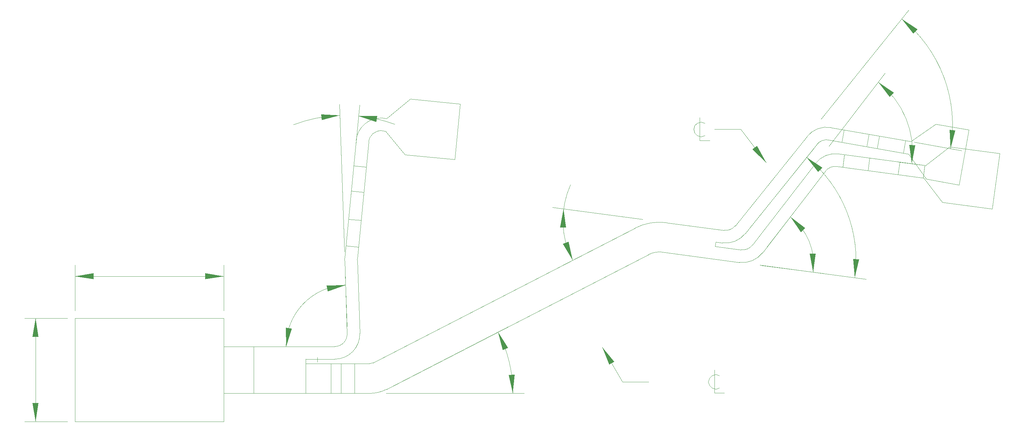
<source format=gbr>
*
G4_C Author: OrCAD GerbTool(tm) 8.1.1 Thu Jun 19 12:26:17 2003*
%LPD*%
%FSLAX34Y34*%
%MOIN*%
%AD*%
%ADD10R,0.050000X0.050000*%
%ADD11C,0.006000*%
%ADD12C,0.019000*%
%ADD13C,0.007900*%
%ADD14C,0.005000*%
%ADD15C,0.000800*%
%ADD16R,0.070000X0.025000*%
%ADD17R,0.068000X0.023000*%
%ADD18C,0.006000*%
%ADD19C,0.009800*%
%ADD20C,0.010000*%
%ADD21C,0.030000*%
%ADD22C,0.060000*%
%ADD23C,0.035000*%
%ADD24C,0.055000*%
%ADD25C,0.010000*%
%ADD26C,0.015000*%
%ADD27C,0.020000*%
%ADD28C,0.005920*%
%ADD29C,0.207760*%
%ADD30C,0.062980*%
%ADD55C,0.001000*%
%ADD56C,0.001000*%
G4_C OrCAD GerbTool Tool List *
G54D56*
G1X-788Y10945D2*
G1X-5347Y10945D1*
G1X-788Y0D2*
G1X-5347Y0D1*
G1X-4166Y10945D2*
G1X-4166Y5473D1*
G1X-4166Y0D1*
G36*
G54D56*
G1X-3851Y8977D2*
G1X-4166Y10945D1*
G1X-4481Y8977D1*
G1X-3851Y8977D1*
G54D56*
G1X-4481Y1969D2*
G1X-4166Y0D1*
G1X-3851Y1969D1*
G1X-4481Y1969D1*
G37*
G1X15748Y11733D2*
G1X15748Y16559D1*
G1X-1Y11733D2*
G1X-1Y16559D1*
G1X15748Y15378D2*
G1X7874Y15378D1*
G1X-1Y15378D1*
G36*
G54D56*
G1X13779Y15063D2*
G1X15748Y15378D1*
G1X13779Y15693D1*
G1X13779Y15063D1*
G54D56*
G1X1968Y15693D2*
G1X-1Y15378D1*
G1X1968Y15063D1*
G1X1968Y15693D1*
G37*
G1X28757Y10082D2*
G1X28573Y15636D1*
G1X26697Y7953D2*
G1X21140Y7953D1*
G1X28612Y14455D2*
G75*
G3X24152Y12477I215J-6502D1*
G3X22322Y7953I4675J-4523D1*
G74*
G36*
G54D56*
G1X28612Y14455D2*
G1X26735Y13785D1*
G1X26619Y14404D1*
G1X28612Y14455D1*
G54D56*
G1X22322Y7953D2*
G1X22307Y9947D1*
G1X22930Y9852D1*
G1X22322Y7953D1*
G37*
G1X32893Y2993D2*
G1X47500Y2993D1*
G1X33628Y3775D2*
G1X45797Y10030D1*
G1X46319Y2993D2*
G75*
G3X45920Y6335I-14213J0D1*
G3X44747Y9490I-13814J-3342D1*
G74*
G36*
G54D56*
G1X46319Y2993D2*
G1X45869Y4935D1*
G1X46497Y4978D1*
G1X46319Y2993D1*
G54D56*
G1X44747Y9490D2*
G1X45813Y7805D1*
G1X45234Y7557D1*
G1X44747Y9490D1*
G37*
G1X60029Y21391D2*
G1X50512Y22657D1*
G1X58541Y20121D2*
G1X51570Y16538D1*
G1X52409Y25055D2*
G75*
G3X52621Y17078I8401J-3768D1*
G74*
G36*
G54D56*
G1X51683Y22501D2*
G1X51948Y20525D1*
G1X51318Y20541D1*
G1X51683Y22501D1*
G54D56*
G1X52621Y17078D2*
G1X51619Y18802D1*
G1X52206Y19028D1*
G1X52621Y17078D1*
G37*
G1X72552Y16548D2*
G1X79241Y15658D1*
G1X73181Y18479D2*
G1X76375Y22617D1*
G1X78070Y15814D2*
G75*
G3X77647Y19071I-6299J838D1*
G3X75654Y21682I-5876J-2419D1*
G74*
G36*
G54D56*
G1X78070Y15814D2*
G1X77710Y17775D1*
G1X78340Y17789D1*
G1X78070Y15814D1*
G54D56*
G1X75654Y21682D2*
G1X77236Y20470D1*
G1X76779Y20037D1*
G1X75654Y21682D1*
G37*
G1X72450Y16561D2*
G1X83655Y15071D1*
G1X71364Y20493D2*
G1X78123Y28896D1*
G1X82484Y15227D2*
G75*
G3X81605Y22270I-13872J1845D1*
G3X77383Y27976I-12993J-5198D1*
G74*
G36*
G54D56*
G1X82484Y15227D2*
G1X82291Y17211D1*
G1X82920Y17172D1*
G1X82484Y15227D1*
G54D56*
G1X77383Y27976D2*
G1X79041Y26869D1*
G1X78612Y26407D1*
G1X77383Y27976D1*
G37*
G1X88767Y29563D2*
G1X93756Y28683D1*
G1X78904Y32003D2*
G1X88177Y43531D1*
G1X92593Y28889D2*
G75*
G3X91892Y36455I-14182J2501D1*
G3X87437Y42611I-13481J-5066D1*
G74*
G36*
G54D56*
G1X92593Y28889D2*
G1X92489Y30879D1*
G1X93115Y30813D1*
G1X92593Y28889D1*
G54D56*
G1X87437Y42611D2*
G1X89097Y41507D1*
G1X88669Y41044D1*
G1X87437Y42611D1*
G37*
G1X87060Y27486D2*
G1X89677Y27138D1*
G1X79726Y29149D2*
G1X85675Y36857D1*
G1X88506Y27294D2*
G75*
G3X87884Y32083I-9261J1232D1*
G3X84953Y35922I-8639J-3557D1*
G74*
G36*
G54D56*
G1X88506Y27294D2*
G1X88244Y29270D1*
G1X88874Y29253D1*
G1X88506Y27294D1*
G54D56*
G1X84953Y35922D2*
G1X86594Y34790D1*
G1X86159Y34334D1*
G1X84953Y35922D1*
G37*
G1X29689Y29310D2*
G1X30093Y33511D1*
G1X28496Y17975D2*
G1X27980Y33577D1*
G1X33807Y31458D2*
G75*
G3X29980Y32335I-5285J-14270D1*
G74*
G1X28019Y32397D2*
G75*
G3X23097Y31406I503J-15209D1*
G74*
G36*
G54D56*
G1X29980Y32335D2*
G1X31974Y32331D1*
G1X31873Y31709D1*
G1X29980Y32335D1*
G54D56*
G1X28019Y32397D2*
G1X26090Y31891D1*
G1X26029Y32518D1*
G1X28019Y32397D1*
G54D56*
G1X73093Y27418D2*
G1X71647Y28790D1*
G1X72147Y29173D1*
G1X73093Y27418D1*
G37*
G1X66601Y31588D2*
G1X66207Y31719D1*
G1X65813Y31588D1*
G1X65551Y31325D1*
G1X65420Y30931D1*
G1X65551Y30538D1*
G1X65813Y30275D1*
G1X66207Y30144D1*
G1X66601Y30275D1*
G1X66076Y32178D2*
G1X66076Y29750D1*
G1X67126Y29750D1*
G36*
G54D56*
G1X55767Y7886D2*
G1X57033Y6346D1*
G1X56489Y6027D1*
G1X55767Y7886D1*
G37*
G1X68150Y4873D2*
G1X67756Y5004D1*
G1X67362Y4873D1*
G1X67100Y4610D1*
G1X66969Y4217D1*
G1X67100Y3823D1*
G1X67362Y3560D1*
G1X67756Y3429D1*
G1X68150Y3560D1*
G1X67625Y5463D2*
G1X67625Y3035D1*
G1X68675Y3035D1*
G1X-1Y10945D2*
G1X-1Y0D1*
G1X15748Y10945D2*
G1X15748Y7953D1*
G1X15748Y2993D1*
G1X15748Y0D1*
G1X28527Y17018D2*
G1X28783Y9295D1*
G1X29865Y17062D2*
G1X30120Y9340D1*
G1X18889Y7953D2*
G1X18889Y2993D1*
G1X24401Y6615D2*
G1X24401Y6142D1*
G1X24401Y2993D1*
G1X27078Y6142D2*
G1X27078Y2993D1*
G1X28141Y6142D2*
G1X28141Y2993D1*
G1X29582Y6142D2*
G1X29582Y2993D1*
G1X29730Y29735D2*
G1X28538Y17358D1*
G1X31062Y29606D2*
G1X29870Y17229D1*
G1X34894Y28250D2*
G1X32839Y30741D1*
G1X40748Y33621D2*
G1X40184Y27742D1*
G1X15748Y0D2*
G1X-1Y0D1*
G1X31182Y2993D2*
G1X15748Y2993D1*
G1X55767Y7886D2*
G1X57914Y4217D1*
G1X60670Y4217D1*
G1X31182Y6142D2*
G1X24401Y6142D1*
G1X27484Y6615D2*
G1X24401Y6615D1*
G1X27484Y7953D2*
G1X15748Y7953D1*
G1X15748Y10945D2*
G1X-1Y10945D1*
G1X28658Y18603D2*
G1X29990Y18474D1*
G1X70264Y16852D2*
G1X62142Y17933D1*
G1X67771Y19011D2*
G1X67709Y18542D1*
G1X32966Y32073D2*
G1X35457Y34128D1*
G1X40184Y27742D2*
G1X34894Y28250D1*
G1X32839Y30741D2*
G1X32479Y30775D1*
G1X28929Y21422D2*
G1X30262Y21293D1*
G1X29216Y24404D2*
G1X30549Y24276D1*
G1X29473Y27069D2*
G1X30805Y26941D1*
G1X70441Y18179D2*
G1X67709Y18542D1*
G1X68468Y18918D2*
G1X67771Y19011D1*
G1X68644Y20245D2*
G1X62557Y21055D1*
G1X97009Y22509D2*
G1X91740Y23210D1*
G1X89778Y25774D2*
G1X80575Y26998D1*
G1X90020Y25664D2*
G1X93509Y25049D1*
G1X73093Y27418D2*
G1X70406Y30931D1*
G1X81383Y28241D2*
G1X81207Y26914D1*
G1X81321Y30876D2*
G1X81088Y29558D1*
G1X70406Y30931D2*
G1X67651Y30931D1*
G1X32966Y32073D2*
G1X32607Y32108D1*
G1X35457Y34128D2*
G1X40748Y33621D1*
G1X89954Y27101D2*
G1X80752Y28325D1*
G1X92519Y29064D2*
G1X97787Y28363D1*
G1X88168Y28310D2*
G1X79714Y29800D1*
G1X88400Y29628D2*
G1X79947Y31118D1*
G1X94535Y30865D2*
G1X91045Y31480D1*
G1X91740Y23210D2*
G1X89778Y25774D1*
G1X88168Y28310D2*
G1X90020Y25664D1*
G1X84037Y27888D2*
G1X83861Y26561D1*
G1X87222Y27465D2*
G1X87046Y26138D1*
G1X89876Y27112D2*
G1X89700Y25785D1*
G1X83957Y30411D2*
G1X83725Y29093D1*
G1X85062Y30216D2*
G1X84830Y28898D1*
G1X87852Y29725D2*
G1X87619Y28406D1*
G1X78316Y27322D2*
G1X71640Y18673D1*
G1X79376Y26504D2*
G1X72700Y17855D1*
G1X77433Y30174D2*
G1X69828Y20719D1*
G1X78476Y29335D2*
G1X70871Y19880D1*
G1X97009Y22509D2*
G1X97787Y28363D1*
G1X93509Y25049D2*
G1X94535Y30865D1*
G1X89954Y27101D2*
G1X92519Y29064D1*
G1X91045Y31480D2*
G1X88400Y29628D1*
G1X59241Y20481D2*
G1X31488Y6216D1*
G1X60681Y17680D2*
G1X32928Y3415D1*
G1X28538Y17358D2*
G75*
G3X28527Y17018I2626J-253D1*
G74*
G1X27484Y7953D2*
G75*
G3X28783Y9295I0J1299D1*
G74*
G1X29870Y17229D2*
G75*
G3X29865Y17062I1293J-125D1*
G74*
G1X27484Y6615D2*
G75*
G3X30120Y9340I0J2638D1*
G74*
G1X32607Y32108D2*
G75*
G3X29730Y29735I-252J-2626D1*
G74*
G1X32479Y30775D2*
G75*
G3X31062Y29606I-124J-1293D1*
G74*
G1X62557Y21055D2*
G75*
G3X59241Y20481I-742J-5581D1*
G74*
G1X31182Y6142D2*
G75*
G3X31488Y6216I0J669D1*
G74*
G1X80752Y28325D2*
G75*
G3X78316Y27322I-348J-2615D1*
G74*
G1X70441Y18179D2*
G75*
G3X71640Y18673I171J1288D1*
G74*
G1X79947Y31118D2*
G75*
G3X77433Y30174I-458J-2598D1*
G74*
G1X68644Y20245D2*
G75*
G3X69828Y20719I171J1288D1*
G74*
G1X79714Y29800D2*
G75*
G3X78476Y29335I-226J-1279D1*
G74*
G1X68468Y18918D2*
G75*
G3X70871Y19880I348J2615D1*
G74*
G1X80575Y26998D2*
G75*
G3X79376Y26504I-171J-1288D1*
G74*
G1X70264Y16852D2*
G75*
G3X72700Y17855I348J2615D1*
G74*
G1X62142Y17933D2*
G75*
G3X60681Y17680I-327J-2459D1*
G74*
G1X31182Y2993D2*
G75*
G3X32928Y3415I0J3819D1*
G74*
G1X24401Y6639D2*
G1X24401Y6166D1*
G1X25639Y6793D2*
G1X25639Y6320D1*
M2*

</source>
